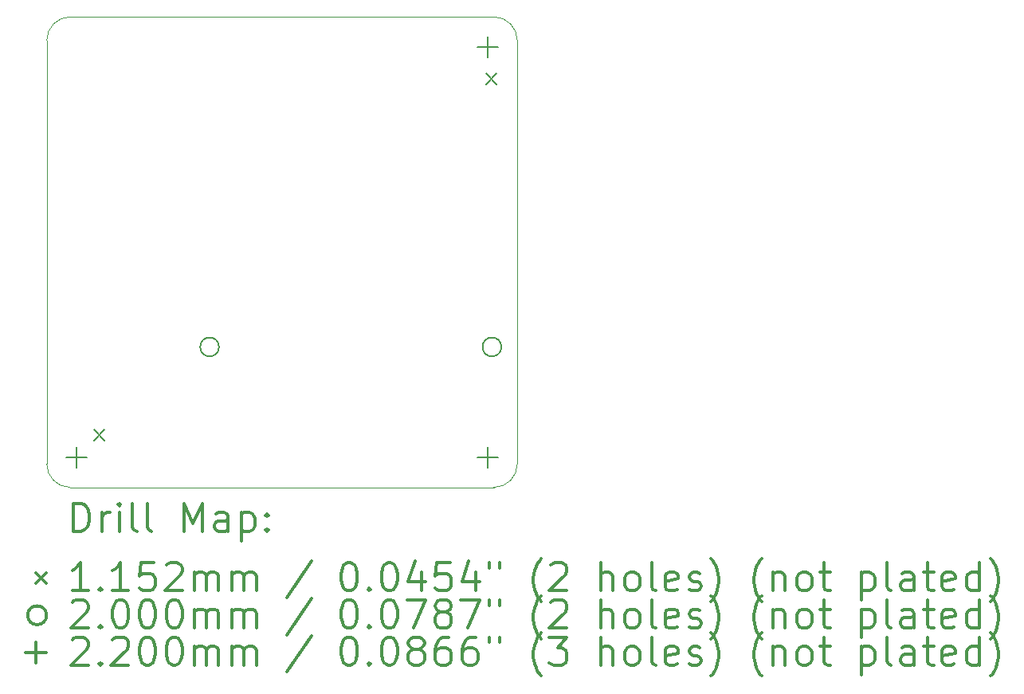
<source format=gbr>
%FSLAX45Y45*%
G04 Gerber Fmt 4.5, Leading zero omitted, Abs format (unit mm)*
G04 Created by KiCad (PCBNEW 5.1.10) date 2021-12-30 01:29:20*
%MOMM*%
%LPD*%
G01*
G04 APERTURE LIST*
%TA.AperFunction,Profile*%
%ADD10C,0.050000*%
%TD*%
%ADD11C,0.200000*%
%ADD12C,0.300000*%
G04 APERTURE END LIST*
D10*
X7870000Y-12620000D02*
G75*
G02*
X7620000Y-12370000I0J250000D01*
G01*
X7620000Y-7870000D02*
G75*
G02*
X7870000Y-7620000I250000J0D01*
G01*
X12370000Y-7620000D02*
G75*
G02*
X12620000Y-7870000I0J-250000D01*
G01*
X12620000Y-12370000D02*
G75*
G02*
X12370000Y-12620000I-250000J0D01*
G01*
X7620000Y-7870000D02*
X7620000Y-12370000D01*
X12370000Y-7620000D02*
X7870000Y-7620000D01*
X12620000Y-12370000D02*
X12620000Y-7870000D01*
X7870000Y-12620000D02*
X12370000Y-12620000D01*
D11*
X8121200Y-12007400D02*
X8236400Y-12122600D01*
X8236400Y-12007400D02*
X8121200Y-12122600D01*
X12286800Y-8222800D02*
X12402000Y-8338000D01*
X12402000Y-8222800D02*
X12286800Y-8338000D01*
X9450000Y-11127000D02*
G75*
G03*
X9450000Y-11127000I-100000J0D01*
G01*
X12450000Y-11127000D02*
G75*
G03*
X12450000Y-11127000I-100000J0D01*
G01*
X7937500Y-12192500D02*
X7937500Y-12412500D01*
X7827500Y-12302500D02*
X8047500Y-12302500D01*
X12302500Y-7827500D02*
X12302500Y-8047500D01*
X12192500Y-7937500D02*
X12412500Y-7937500D01*
X12302500Y-12192500D02*
X12302500Y-12412500D01*
X12192500Y-12302500D02*
X12412500Y-12302500D01*
D12*
X7903928Y-13088214D02*
X7903928Y-12788214D01*
X7975357Y-12788214D01*
X8018214Y-12802500D01*
X8046786Y-12831071D01*
X8061071Y-12859643D01*
X8075357Y-12916786D01*
X8075357Y-12959643D01*
X8061071Y-13016786D01*
X8046786Y-13045357D01*
X8018214Y-13073929D01*
X7975357Y-13088214D01*
X7903928Y-13088214D01*
X8203928Y-13088214D02*
X8203928Y-12888214D01*
X8203928Y-12945357D02*
X8218214Y-12916786D01*
X8232500Y-12902500D01*
X8261071Y-12888214D01*
X8289643Y-12888214D01*
X8389643Y-13088214D02*
X8389643Y-12888214D01*
X8389643Y-12788214D02*
X8375357Y-12802500D01*
X8389643Y-12816786D01*
X8403928Y-12802500D01*
X8389643Y-12788214D01*
X8389643Y-12816786D01*
X8575357Y-13088214D02*
X8546786Y-13073929D01*
X8532500Y-13045357D01*
X8532500Y-12788214D01*
X8732500Y-13088214D02*
X8703928Y-13073929D01*
X8689643Y-13045357D01*
X8689643Y-12788214D01*
X9075357Y-13088214D02*
X9075357Y-12788214D01*
X9175357Y-13002500D01*
X9275357Y-12788214D01*
X9275357Y-13088214D01*
X9546786Y-13088214D02*
X9546786Y-12931071D01*
X9532500Y-12902500D01*
X9503928Y-12888214D01*
X9446786Y-12888214D01*
X9418214Y-12902500D01*
X9546786Y-13073929D02*
X9518214Y-13088214D01*
X9446786Y-13088214D01*
X9418214Y-13073929D01*
X9403928Y-13045357D01*
X9403928Y-13016786D01*
X9418214Y-12988214D01*
X9446786Y-12973929D01*
X9518214Y-12973929D01*
X9546786Y-12959643D01*
X9689643Y-12888214D02*
X9689643Y-13188214D01*
X9689643Y-12902500D02*
X9718214Y-12888214D01*
X9775357Y-12888214D01*
X9803928Y-12902500D01*
X9818214Y-12916786D01*
X9832500Y-12945357D01*
X9832500Y-13031071D01*
X9818214Y-13059643D01*
X9803928Y-13073929D01*
X9775357Y-13088214D01*
X9718214Y-13088214D01*
X9689643Y-13073929D01*
X9961071Y-13059643D02*
X9975357Y-13073929D01*
X9961071Y-13088214D01*
X9946786Y-13073929D01*
X9961071Y-13059643D01*
X9961071Y-13088214D01*
X9961071Y-12902500D02*
X9975357Y-12916786D01*
X9961071Y-12931071D01*
X9946786Y-12916786D01*
X9961071Y-12902500D01*
X9961071Y-12931071D01*
X7502300Y-13524900D02*
X7617500Y-13640100D01*
X7617500Y-13524900D02*
X7502300Y-13640100D01*
X8061071Y-13718214D02*
X7889643Y-13718214D01*
X7975357Y-13718214D02*
X7975357Y-13418214D01*
X7946786Y-13461071D01*
X7918214Y-13489643D01*
X7889643Y-13503929D01*
X8189643Y-13689643D02*
X8203928Y-13703929D01*
X8189643Y-13718214D01*
X8175357Y-13703929D01*
X8189643Y-13689643D01*
X8189643Y-13718214D01*
X8489643Y-13718214D02*
X8318214Y-13718214D01*
X8403928Y-13718214D02*
X8403928Y-13418214D01*
X8375357Y-13461071D01*
X8346786Y-13489643D01*
X8318214Y-13503929D01*
X8761071Y-13418214D02*
X8618214Y-13418214D01*
X8603928Y-13561071D01*
X8618214Y-13546786D01*
X8646786Y-13532500D01*
X8718214Y-13532500D01*
X8746786Y-13546786D01*
X8761071Y-13561071D01*
X8775357Y-13589643D01*
X8775357Y-13661071D01*
X8761071Y-13689643D01*
X8746786Y-13703929D01*
X8718214Y-13718214D01*
X8646786Y-13718214D01*
X8618214Y-13703929D01*
X8603928Y-13689643D01*
X8889643Y-13446786D02*
X8903928Y-13432500D01*
X8932500Y-13418214D01*
X9003928Y-13418214D01*
X9032500Y-13432500D01*
X9046786Y-13446786D01*
X9061071Y-13475357D01*
X9061071Y-13503929D01*
X9046786Y-13546786D01*
X8875357Y-13718214D01*
X9061071Y-13718214D01*
X9189643Y-13718214D02*
X9189643Y-13518214D01*
X9189643Y-13546786D02*
X9203928Y-13532500D01*
X9232500Y-13518214D01*
X9275357Y-13518214D01*
X9303928Y-13532500D01*
X9318214Y-13561071D01*
X9318214Y-13718214D01*
X9318214Y-13561071D02*
X9332500Y-13532500D01*
X9361071Y-13518214D01*
X9403928Y-13518214D01*
X9432500Y-13532500D01*
X9446786Y-13561071D01*
X9446786Y-13718214D01*
X9589643Y-13718214D02*
X9589643Y-13518214D01*
X9589643Y-13546786D02*
X9603928Y-13532500D01*
X9632500Y-13518214D01*
X9675357Y-13518214D01*
X9703928Y-13532500D01*
X9718214Y-13561071D01*
X9718214Y-13718214D01*
X9718214Y-13561071D02*
X9732500Y-13532500D01*
X9761071Y-13518214D01*
X9803928Y-13518214D01*
X9832500Y-13532500D01*
X9846786Y-13561071D01*
X9846786Y-13718214D01*
X10432500Y-13403929D02*
X10175357Y-13789643D01*
X10818214Y-13418214D02*
X10846786Y-13418214D01*
X10875357Y-13432500D01*
X10889643Y-13446786D01*
X10903928Y-13475357D01*
X10918214Y-13532500D01*
X10918214Y-13603929D01*
X10903928Y-13661071D01*
X10889643Y-13689643D01*
X10875357Y-13703929D01*
X10846786Y-13718214D01*
X10818214Y-13718214D01*
X10789643Y-13703929D01*
X10775357Y-13689643D01*
X10761071Y-13661071D01*
X10746786Y-13603929D01*
X10746786Y-13532500D01*
X10761071Y-13475357D01*
X10775357Y-13446786D01*
X10789643Y-13432500D01*
X10818214Y-13418214D01*
X11046786Y-13689643D02*
X11061071Y-13703929D01*
X11046786Y-13718214D01*
X11032500Y-13703929D01*
X11046786Y-13689643D01*
X11046786Y-13718214D01*
X11246786Y-13418214D02*
X11275357Y-13418214D01*
X11303928Y-13432500D01*
X11318214Y-13446786D01*
X11332500Y-13475357D01*
X11346786Y-13532500D01*
X11346786Y-13603929D01*
X11332500Y-13661071D01*
X11318214Y-13689643D01*
X11303928Y-13703929D01*
X11275357Y-13718214D01*
X11246786Y-13718214D01*
X11218214Y-13703929D01*
X11203928Y-13689643D01*
X11189643Y-13661071D01*
X11175357Y-13603929D01*
X11175357Y-13532500D01*
X11189643Y-13475357D01*
X11203928Y-13446786D01*
X11218214Y-13432500D01*
X11246786Y-13418214D01*
X11603928Y-13518214D02*
X11603928Y-13718214D01*
X11532500Y-13403929D02*
X11461071Y-13618214D01*
X11646786Y-13618214D01*
X11903928Y-13418214D02*
X11761071Y-13418214D01*
X11746786Y-13561071D01*
X11761071Y-13546786D01*
X11789643Y-13532500D01*
X11861071Y-13532500D01*
X11889643Y-13546786D01*
X11903928Y-13561071D01*
X11918214Y-13589643D01*
X11918214Y-13661071D01*
X11903928Y-13689643D01*
X11889643Y-13703929D01*
X11861071Y-13718214D01*
X11789643Y-13718214D01*
X11761071Y-13703929D01*
X11746786Y-13689643D01*
X12175357Y-13518214D02*
X12175357Y-13718214D01*
X12103928Y-13403929D02*
X12032500Y-13618214D01*
X12218214Y-13618214D01*
X12318214Y-13418214D02*
X12318214Y-13475357D01*
X12432500Y-13418214D02*
X12432500Y-13475357D01*
X12875357Y-13832500D02*
X12861071Y-13818214D01*
X12832500Y-13775357D01*
X12818214Y-13746786D01*
X12803928Y-13703929D01*
X12789643Y-13632500D01*
X12789643Y-13575357D01*
X12803928Y-13503929D01*
X12818214Y-13461071D01*
X12832500Y-13432500D01*
X12861071Y-13389643D01*
X12875357Y-13375357D01*
X12975357Y-13446786D02*
X12989643Y-13432500D01*
X13018214Y-13418214D01*
X13089643Y-13418214D01*
X13118214Y-13432500D01*
X13132500Y-13446786D01*
X13146786Y-13475357D01*
X13146786Y-13503929D01*
X13132500Y-13546786D01*
X12961071Y-13718214D01*
X13146786Y-13718214D01*
X13503928Y-13718214D02*
X13503928Y-13418214D01*
X13632500Y-13718214D02*
X13632500Y-13561071D01*
X13618214Y-13532500D01*
X13589643Y-13518214D01*
X13546786Y-13518214D01*
X13518214Y-13532500D01*
X13503928Y-13546786D01*
X13818214Y-13718214D02*
X13789643Y-13703929D01*
X13775357Y-13689643D01*
X13761071Y-13661071D01*
X13761071Y-13575357D01*
X13775357Y-13546786D01*
X13789643Y-13532500D01*
X13818214Y-13518214D01*
X13861071Y-13518214D01*
X13889643Y-13532500D01*
X13903928Y-13546786D01*
X13918214Y-13575357D01*
X13918214Y-13661071D01*
X13903928Y-13689643D01*
X13889643Y-13703929D01*
X13861071Y-13718214D01*
X13818214Y-13718214D01*
X14089643Y-13718214D02*
X14061071Y-13703929D01*
X14046786Y-13675357D01*
X14046786Y-13418214D01*
X14318214Y-13703929D02*
X14289643Y-13718214D01*
X14232500Y-13718214D01*
X14203928Y-13703929D01*
X14189643Y-13675357D01*
X14189643Y-13561071D01*
X14203928Y-13532500D01*
X14232500Y-13518214D01*
X14289643Y-13518214D01*
X14318214Y-13532500D01*
X14332500Y-13561071D01*
X14332500Y-13589643D01*
X14189643Y-13618214D01*
X14446786Y-13703929D02*
X14475357Y-13718214D01*
X14532500Y-13718214D01*
X14561071Y-13703929D01*
X14575357Y-13675357D01*
X14575357Y-13661071D01*
X14561071Y-13632500D01*
X14532500Y-13618214D01*
X14489643Y-13618214D01*
X14461071Y-13603929D01*
X14446786Y-13575357D01*
X14446786Y-13561071D01*
X14461071Y-13532500D01*
X14489643Y-13518214D01*
X14532500Y-13518214D01*
X14561071Y-13532500D01*
X14675357Y-13832500D02*
X14689643Y-13818214D01*
X14718214Y-13775357D01*
X14732500Y-13746786D01*
X14746786Y-13703929D01*
X14761071Y-13632500D01*
X14761071Y-13575357D01*
X14746786Y-13503929D01*
X14732500Y-13461071D01*
X14718214Y-13432500D01*
X14689643Y-13389643D01*
X14675357Y-13375357D01*
X15218214Y-13832500D02*
X15203928Y-13818214D01*
X15175357Y-13775357D01*
X15161071Y-13746786D01*
X15146786Y-13703929D01*
X15132500Y-13632500D01*
X15132500Y-13575357D01*
X15146786Y-13503929D01*
X15161071Y-13461071D01*
X15175357Y-13432500D01*
X15203928Y-13389643D01*
X15218214Y-13375357D01*
X15332500Y-13518214D02*
X15332500Y-13718214D01*
X15332500Y-13546786D02*
X15346786Y-13532500D01*
X15375357Y-13518214D01*
X15418214Y-13518214D01*
X15446786Y-13532500D01*
X15461071Y-13561071D01*
X15461071Y-13718214D01*
X15646786Y-13718214D02*
X15618214Y-13703929D01*
X15603928Y-13689643D01*
X15589643Y-13661071D01*
X15589643Y-13575357D01*
X15603928Y-13546786D01*
X15618214Y-13532500D01*
X15646786Y-13518214D01*
X15689643Y-13518214D01*
X15718214Y-13532500D01*
X15732500Y-13546786D01*
X15746786Y-13575357D01*
X15746786Y-13661071D01*
X15732500Y-13689643D01*
X15718214Y-13703929D01*
X15689643Y-13718214D01*
X15646786Y-13718214D01*
X15832500Y-13518214D02*
X15946786Y-13518214D01*
X15875357Y-13418214D02*
X15875357Y-13675357D01*
X15889643Y-13703929D01*
X15918214Y-13718214D01*
X15946786Y-13718214D01*
X16275357Y-13518214D02*
X16275357Y-13818214D01*
X16275357Y-13532500D02*
X16303928Y-13518214D01*
X16361071Y-13518214D01*
X16389643Y-13532500D01*
X16403928Y-13546786D01*
X16418214Y-13575357D01*
X16418214Y-13661071D01*
X16403928Y-13689643D01*
X16389643Y-13703929D01*
X16361071Y-13718214D01*
X16303928Y-13718214D01*
X16275357Y-13703929D01*
X16589643Y-13718214D02*
X16561071Y-13703929D01*
X16546786Y-13675357D01*
X16546786Y-13418214D01*
X16832500Y-13718214D02*
X16832500Y-13561071D01*
X16818214Y-13532500D01*
X16789643Y-13518214D01*
X16732500Y-13518214D01*
X16703928Y-13532500D01*
X16832500Y-13703929D02*
X16803928Y-13718214D01*
X16732500Y-13718214D01*
X16703928Y-13703929D01*
X16689643Y-13675357D01*
X16689643Y-13646786D01*
X16703928Y-13618214D01*
X16732500Y-13603929D01*
X16803928Y-13603929D01*
X16832500Y-13589643D01*
X16932500Y-13518214D02*
X17046786Y-13518214D01*
X16975357Y-13418214D02*
X16975357Y-13675357D01*
X16989643Y-13703929D01*
X17018214Y-13718214D01*
X17046786Y-13718214D01*
X17261071Y-13703929D02*
X17232500Y-13718214D01*
X17175357Y-13718214D01*
X17146786Y-13703929D01*
X17132500Y-13675357D01*
X17132500Y-13561071D01*
X17146786Y-13532500D01*
X17175357Y-13518214D01*
X17232500Y-13518214D01*
X17261071Y-13532500D01*
X17275357Y-13561071D01*
X17275357Y-13589643D01*
X17132500Y-13618214D01*
X17532500Y-13718214D02*
X17532500Y-13418214D01*
X17532500Y-13703929D02*
X17503928Y-13718214D01*
X17446786Y-13718214D01*
X17418214Y-13703929D01*
X17403928Y-13689643D01*
X17389643Y-13661071D01*
X17389643Y-13575357D01*
X17403928Y-13546786D01*
X17418214Y-13532500D01*
X17446786Y-13518214D01*
X17503928Y-13518214D01*
X17532500Y-13532500D01*
X17646786Y-13832500D02*
X17661071Y-13818214D01*
X17689643Y-13775357D01*
X17703928Y-13746786D01*
X17718214Y-13703929D01*
X17732500Y-13632500D01*
X17732500Y-13575357D01*
X17718214Y-13503929D01*
X17703928Y-13461071D01*
X17689643Y-13432500D01*
X17661071Y-13389643D01*
X17646786Y-13375357D01*
X7617500Y-13978500D02*
G75*
G03*
X7617500Y-13978500I-100000J0D01*
G01*
X7889643Y-13842786D02*
X7903928Y-13828500D01*
X7932500Y-13814214D01*
X8003928Y-13814214D01*
X8032500Y-13828500D01*
X8046786Y-13842786D01*
X8061071Y-13871357D01*
X8061071Y-13899929D01*
X8046786Y-13942786D01*
X7875357Y-14114214D01*
X8061071Y-14114214D01*
X8189643Y-14085643D02*
X8203928Y-14099929D01*
X8189643Y-14114214D01*
X8175357Y-14099929D01*
X8189643Y-14085643D01*
X8189643Y-14114214D01*
X8389643Y-13814214D02*
X8418214Y-13814214D01*
X8446786Y-13828500D01*
X8461071Y-13842786D01*
X8475357Y-13871357D01*
X8489643Y-13928500D01*
X8489643Y-13999929D01*
X8475357Y-14057071D01*
X8461071Y-14085643D01*
X8446786Y-14099929D01*
X8418214Y-14114214D01*
X8389643Y-14114214D01*
X8361071Y-14099929D01*
X8346786Y-14085643D01*
X8332500Y-14057071D01*
X8318214Y-13999929D01*
X8318214Y-13928500D01*
X8332500Y-13871357D01*
X8346786Y-13842786D01*
X8361071Y-13828500D01*
X8389643Y-13814214D01*
X8675357Y-13814214D02*
X8703928Y-13814214D01*
X8732500Y-13828500D01*
X8746786Y-13842786D01*
X8761071Y-13871357D01*
X8775357Y-13928500D01*
X8775357Y-13999929D01*
X8761071Y-14057071D01*
X8746786Y-14085643D01*
X8732500Y-14099929D01*
X8703928Y-14114214D01*
X8675357Y-14114214D01*
X8646786Y-14099929D01*
X8632500Y-14085643D01*
X8618214Y-14057071D01*
X8603928Y-13999929D01*
X8603928Y-13928500D01*
X8618214Y-13871357D01*
X8632500Y-13842786D01*
X8646786Y-13828500D01*
X8675357Y-13814214D01*
X8961071Y-13814214D02*
X8989643Y-13814214D01*
X9018214Y-13828500D01*
X9032500Y-13842786D01*
X9046786Y-13871357D01*
X9061071Y-13928500D01*
X9061071Y-13999929D01*
X9046786Y-14057071D01*
X9032500Y-14085643D01*
X9018214Y-14099929D01*
X8989643Y-14114214D01*
X8961071Y-14114214D01*
X8932500Y-14099929D01*
X8918214Y-14085643D01*
X8903928Y-14057071D01*
X8889643Y-13999929D01*
X8889643Y-13928500D01*
X8903928Y-13871357D01*
X8918214Y-13842786D01*
X8932500Y-13828500D01*
X8961071Y-13814214D01*
X9189643Y-14114214D02*
X9189643Y-13914214D01*
X9189643Y-13942786D02*
X9203928Y-13928500D01*
X9232500Y-13914214D01*
X9275357Y-13914214D01*
X9303928Y-13928500D01*
X9318214Y-13957071D01*
X9318214Y-14114214D01*
X9318214Y-13957071D02*
X9332500Y-13928500D01*
X9361071Y-13914214D01*
X9403928Y-13914214D01*
X9432500Y-13928500D01*
X9446786Y-13957071D01*
X9446786Y-14114214D01*
X9589643Y-14114214D02*
X9589643Y-13914214D01*
X9589643Y-13942786D02*
X9603928Y-13928500D01*
X9632500Y-13914214D01*
X9675357Y-13914214D01*
X9703928Y-13928500D01*
X9718214Y-13957071D01*
X9718214Y-14114214D01*
X9718214Y-13957071D02*
X9732500Y-13928500D01*
X9761071Y-13914214D01*
X9803928Y-13914214D01*
X9832500Y-13928500D01*
X9846786Y-13957071D01*
X9846786Y-14114214D01*
X10432500Y-13799929D02*
X10175357Y-14185643D01*
X10818214Y-13814214D02*
X10846786Y-13814214D01*
X10875357Y-13828500D01*
X10889643Y-13842786D01*
X10903928Y-13871357D01*
X10918214Y-13928500D01*
X10918214Y-13999929D01*
X10903928Y-14057071D01*
X10889643Y-14085643D01*
X10875357Y-14099929D01*
X10846786Y-14114214D01*
X10818214Y-14114214D01*
X10789643Y-14099929D01*
X10775357Y-14085643D01*
X10761071Y-14057071D01*
X10746786Y-13999929D01*
X10746786Y-13928500D01*
X10761071Y-13871357D01*
X10775357Y-13842786D01*
X10789643Y-13828500D01*
X10818214Y-13814214D01*
X11046786Y-14085643D02*
X11061071Y-14099929D01*
X11046786Y-14114214D01*
X11032500Y-14099929D01*
X11046786Y-14085643D01*
X11046786Y-14114214D01*
X11246786Y-13814214D02*
X11275357Y-13814214D01*
X11303928Y-13828500D01*
X11318214Y-13842786D01*
X11332500Y-13871357D01*
X11346786Y-13928500D01*
X11346786Y-13999929D01*
X11332500Y-14057071D01*
X11318214Y-14085643D01*
X11303928Y-14099929D01*
X11275357Y-14114214D01*
X11246786Y-14114214D01*
X11218214Y-14099929D01*
X11203928Y-14085643D01*
X11189643Y-14057071D01*
X11175357Y-13999929D01*
X11175357Y-13928500D01*
X11189643Y-13871357D01*
X11203928Y-13842786D01*
X11218214Y-13828500D01*
X11246786Y-13814214D01*
X11446786Y-13814214D02*
X11646786Y-13814214D01*
X11518214Y-14114214D01*
X11803928Y-13942786D02*
X11775357Y-13928500D01*
X11761071Y-13914214D01*
X11746786Y-13885643D01*
X11746786Y-13871357D01*
X11761071Y-13842786D01*
X11775357Y-13828500D01*
X11803928Y-13814214D01*
X11861071Y-13814214D01*
X11889643Y-13828500D01*
X11903928Y-13842786D01*
X11918214Y-13871357D01*
X11918214Y-13885643D01*
X11903928Y-13914214D01*
X11889643Y-13928500D01*
X11861071Y-13942786D01*
X11803928Y-13942786D01*
X11775357Y-13957071D01*
X11761071Y-13971357D01*
X11746786Y-13999929D01*
X11746786Y-14057071D01*
X11761071Y-14085643D01*
X11775357Y-14099929D01*
X11803928Y-14114214D01*
X11861071Y-14114214D01*
X11889643Y-14099929D01*
X11903928Y-14085643D01*
X11918214Y-14057071D01*
X11918214Y-13999929D01*
X11903928Y-13971357D01*
X11889643Y-13957071D01*
X11861071Y-13942786D01*
X12018214Y-13814214D02*
X12218214Y-13814214D01*
X12089643Y-14114214D01*
X12318214Y-13814214D02*
X12318214Y-13871357D01*
X12432500Y-13814214D02*
X12432500Y-13871357D01*
X12875357Y-14228500D02*
X12861071Y-14214214D01*
X12832500Y-14171357D01*
X12818214Y-14142786D01*
X12803928Y-14099929D01*
X12789643Y-14028500D01*
X12789643Y-13971357D01*
X12803928Y-13899929D01*
X12818214Y-13857071D01*
X12832500Y-13828500D01*
X12861071Y-13785643D01*
X12875357Y-13771357D01*
X12975357Y-13842786D02*
X12989643Y-13828500D01*
X13018214Y-13814214D01*
X13089643Y-13814214D01*
X13118214Y-13828500D01*
X13132500Y-13842786D01*
X13146786Y-13871357D01*
X13146786Y-13899929D01*
X13132500Y-13942786D01*
X12961071Y-14114214D01*
X13146786Y-14114214D01*
X13503928Y-14114214D02*
X13503928Y-13814214D01*
X13632500Y-14114214D02*
X13632500Y-13957071D01*
X13618214Y-13928500D01*
X13589643Y-13914214D01*
X13546786Y-13914214D01*
X13518214Y-13928500D01*
X13503928Y-13942786D01*
X13818214Y-14114214D02*
X13789643Y-14099929D01*
X13775357Y-14085643D01*
X13761071Y-14057071D01*
X13761071Y-13971357D01*
X13775357Y-13942786D01*
X13789643Y-13928500D01*
X13818214Y-13914214D01*
X13861071Y-13914214D01*
X13889643Y-13928500D01*
X13903928Y-13942786D01*
X13918214Y-13971357D01*
X13918214Y-14057071D01*
X13903928Y-14085643D01*
X13889643Y-14099929D01*
X13861071Y-14114214D01*
X13818214Y-14114214D01*
X14089643Y-14114214D02*
X14061071Y-14099929D01*
X14046786Y-14071357D01*
X14046786Y-13814214D01*
X14318214Y-14099929D02*
X14289643Y-14114214D01*
X14232500Y-14114214D01*
X14203928Y-14099929D01*
X14189643Y-14071357D01*
X14189643Y-13957071D01*
X14203928Y-13928500D01*
X14232500Y-13914214D01*
X14289643Y-13914214D01*
X14318214Y-13928500D01*
X14332500Y-13957071D01*
X14332500Y-13985643D01*
X14189643Y-14014214D01*
X14446786Y-14099929D02*
X14475357Y-14114214D01*
X14532500Y-14114214D01*
X14561071Y-14099929D01*
X14575357Y-14071357D01*
X14575357Y-14057071D01*
X14561071Y-14028500D01*
X14532500Y-14014214D01*
X14489643Y-14014214D01*
X14461071Y-13999929D01*
X14446786Y-13971357D01*
X14446786Y-13957071D01*
X14461071Y-13928500D01*
X14489643Y-13914214D01*
X14532500Y-13914214D01*
X14561071Y-13928500D01*
X14675357Y-14228500D02*
X14689643Y-14214214D01*
X14718214Y-14171357D01*
X14732500Y-14142786D01*
X14746786Y-14099929D01*
X14761071Y-14028500D01*
X14761071Y-13971357D01*
X14746786Y-13899929D01*
X14732500Y-13857071D01*
X14718214Y-13828500D01*
X14689643Y-13785643D01*
X14675357Y-13771357D01*
X15218214Y-14228500D02*
X15203928Y-14214214D01*
X15175357Y-14171357D01*
X15161071Y-14142786D01*
X15146786Y-14099929D01*
X15132500Y-14028500D01*
X15132500Y-13971357D01*
X15146786Y-13899929D01*
X15161071Y-13857071D01*
X15175357Y-13828500D01*
X15203928Y-13785643D01*
X15218214Y-13771357D01*
X15332500Y-13914214D02*
X15332500Y-14114214D01*
X15332500Y-13942786D02*
X15346786Y-13928500D01*
X15375357Y-13914214D01*
X15418214Y-13914214D01*
X15446786Y-13928500D01*
X15461071Y-13957071D01*
X15461071Y-14114214D01*
X15646786Y-14114214D02*
X15618214Y-14099929D01*
X15603928Y-14085643D01*
X15589643Y-14057071D01*
X15589643Y-13971357D01*
X15603928Y-13942786D01*
X15618214Y-13928500D01*
X15646786Y-13914214D01*
X15689643Y-13914214D01*
X15718214Y-13928500D01*
X15732500Y-13942786D01*
X15746786Y-13971357D01*
X15746786Y-14057071D01*
X15732500Y-14085643D01*
X15718214Y-14099929D01*
X15689643Y-14114214D01*
X15646786Y-14114214D01*
X15832500Y-13914214D02*
X15946786Y-13914214D01*
X15875357Y-13814214D02*
X15875357Y-14071357D01*
X15889643Y-14099929D01*
X15918214Y-14114214D01*
X15946786Y-14114214D01*
X16275357Y-13914214D02*
X16275357Y-14214214D01*
X16275357Y-13928500D02*
X16303928Y-13914214D01*
X16361071Y-13914214D01*
X16389643Y-13928500D01*
X16403928Y-13942786D01*
X16418214Y-13971357D01*
X16418214Y-14057071D01*
X16403928Y-14085643D01*
X16389643Y-14099929D01*
X16361071Y-14114214D01*
X16303928Y-14114214D01*
X16275357Y-14099929D01*
X16589643Y-14114214D02*
X16561071Y-14099929D01*
X16546786Y-14071357D01*
X16546786Y-13814214D01*
X16832500Y-14114214D02*
X16832500Y-13957071D01*
X16818214Y-13928500D01*
X16789643Y-13914214D01*
X16732500Y-13914214D01*
X16703928Y-13928500D01*
X16832500Y-14099929D02*
X16803928Y-14114214D01*
X16732500Y-14114214D01*
X16703928Y-14099929D01*
X16689643Y-14071357D01*
X16689643Y-14042786D01*
X16703928Y-14014214D01*
X16732500Y-13999929D01*
X16803928Y-13999929D01*
X16832500Y-13985643D01*
X16932500Y-13914214D02*
X17046786Y-13914214D01*
X16975357Y-13814214D02*
X16975357Y-14071357D01*
X16989643Y-14099929D01*
X17018214Y-14114214D01*
X17046786Y-14114214D01*
X17261071Y-14099929D02*
X17232500Y-14114214D01*
X17175357Y-14114214D01*
X17146786Y-14099929D01*
X17132500Y-14071357D01*
X17132500Y-13957071D01*
X17146786Y-13928500D01*
X17175357Y-13914214D01*
X17232500Y-13914214D01*
X17261071Y-13928500D01*
X17275357Y-13957071D01*
X17275357Y-13985643D01*
X17132500Y-14014214D01*
X17532500Y-14114214D02*
X17532500Y-13814214D01*
X17532500Y-14099929D02*
X17503928Y-14114214D01*
X17446786Y-14114214D01*
X17418214Y-14099929D01*
X17403928Y-14085643D01*
X17389643Y-14057071D01*
X17389643Y-13971357D01*
X17403928Y-13942786D01*
X17418214Y-13928500D01*
X17446786Y-13914214D01*
X17503928Y-13914214D01*
X17532500Y-13928500D01*
X17646786Y-14228500D02*
X17661071Y-14214214D01*
X17689643Y-14171357D01*
X17703928Y-14142786D01*
X17718214Y-14099929D01*
X17732500Y-14028500D01*
X17732500Y-13971357D01*
X17718214Y-13899929D01*
X17703928Y-13857071D01*
X17689643Y-13828500D01*
X17661071Y-13785643D01*
X17646786Y-13771357D01*
X7507500Y-14264500D02*
X7507500Y-14484500D01*
X7397500Y-14374500D02*
X7617500Y-14374500D01*
X7889643Y-14238786D02*
X7903928Y-14224500D01*
X7932500Y-14210214D01*
X8003928Y-14210214D01*
X8032500Y-14224500D01*
X8046786Y-14238786D01*
X8061071Y-14267357D01*
X8061071Y-14295929D01*
X8046786Y-14338786D01*
X7875357Y-14510214D01*
X8061071Y-14510214D01*
X8189643Y-14481643D02*
X8203928Y-14495929D01*
X8189643Y-14510214D01*
X8175357Y-14495929D01*
X8189643Y-14481643D01*
X8189643Y-14510214D01*
X8318214Y-14238786D02*
X8332500Y-14224500D01*
X8361071Y-14210214D01*
X8432500Y-14210214D01*
X8461071Y-14224500D01*
X8475357Y-14238786D01*
X8489643Y-14267357D01*
X8489643Y-14295929D01*
X8475357Y-14338786D01*
X8303928Y-14510214D01*
X8489643Y-14510214D01*
X8675357Y-14210214D02*
X8703928Y-14210214D01*
X8732500Y-14224500D01*
X8746786Y-14238786D01*
X8761071Y-14267357D01*
X8775357Y-14324500D01*
X8775357Y-14395929D01*
X8761071Y-14453071D01*
X8746786Y-14481643D01*
X8732500Y-14495929D01*
X8703928Y-14510214D01*
X8675357Y-14510214D01*
X8646786Y-14495929D01*
X8632500Y-14481643D01*
X8618214Y-14453071D01*
X8603928Y-14395929D01*
X8603928Y-14324500D01*
X8618214Y-14267357D01*
X8632500Y-14238786D01*
X8646786Y-14224500D01*
X8675357Y-14210214D01*
X8961071Y-14210214D02*
X8989643Y-14210214D01*
X9018214Y-14224500D01*
X9032500Y-14238786D01*
X9046786Y-14267357D01*
X9061071Y-14324500D01*
X9061071Y-14395929D01*
X9046786Y-14453071D01*
X9032500Y-14481643D01*
X9018214Y-14495929D01*
X8989643Y-14510214D01*
X8961071Y-14510214D01*
X8932500Y-14495929D01*
X8918214Y-14481643D01*
X8903928Y-14453071D01*
X8889643Y-14395929D01*
X8889643Y-14324500D01*
X8903928Y-14267357D01*
X8918214Y-14238786D01*
X8932500Y-14224500D01*
X8961071Y-14210214D01*
X9189643Y-14510214D02*
X9189643Y-14310214D01*
X9189643Y-14338786D02*
X9203928Y-14324500D01*
X9232500Y-14310214D01*
X9275357Y-14310214D01*
X9303928Y-14324500D01*
X9318214Y-14353071D01*
X9318214Y-14510214D01*
X9318214Y-14353071D02*
X9332500Y-14324500D01*
X9361071Y-14310214D01*
X9403928Y-14310214D01*
X9432500Y-14324500D01*
X9446786Y-14353071D01*
X9446786Y-14510214D01*
X9589643Y-14510214D02*
X9589643Y-14310214D01*
X9589643Y-14338786D02*
X9603928Y-14324500D01*
X9632500Y-14310214D01*
X9675357Y-14310214D01*
X9703928Y-14324500D01*
X9718214Y-14353071D01*
X9718214Y-14510214D01*
X9718214Y-14353071D02*
X9732500Y-14324500D01*
X9761071Y-14310214D01*
X9803928Y-14310214D01*
X9832500Y-14324500D01*
X9846786Y-14353071D01*
X9846786Y-14510214D01*
X10432500Y-14195929D02*
X10175357Y-14581643D01*
X10818214Y-14210214D02*
X10846786Y-14210214D01*
X10875357Y-14224500D01*
X10889643Y-14238786D01*
X10903928Y-14267357D01*
X10918214Y-14324500D01*
X10918214Y-14395929D01*
X10903928Y-14453071D01*
X10889643Y-14481643D01*
X10875357Y-14495929D01*
X10846786Y-14510214D01*
X10818214Y-14510214D01*
X10789643Y-14495929D01*
X10775357Y-14481643D01*
X10761071Y-14453071D01*
X10746786Y-14395929D01*
X10746786Y-14324500D01*
X10761071Y-14267357D01*
X10775357Y-14238786D01*
X10789643Y-14224500D01*
X10818214Y-14210214D01*
X11046786Y-14481643D02*
X11061071Y-14495929D01*
X11046786Y-14510214D01*
X11032500Y-14495929D01*
X11046786Y-14481643D01*
X11046786Y-14510214D01*
X11246786Y-14210214D02*
X11275357Y-14210214D01*
X11303928Y-14224500D01*
X11318214Y-14238786D01*
X11332500Y-14267357D01*
X11346786Y-14324500D01*
X11346786Y-14395929D01*
X11332500Y-14453071D01*
X11318214Y-14481643D01*
X11303928Y-14495929D01*
X11275357Y-14510214D01*
X11246786Y-14510214D01*
X11218214Y-14495929D01*
X11203928Y-14481643D01*
X11189643Y-14453071D01*
X11175357Y-14395929D01*
X11175357Y-14324500D01*
X11189643Y-14267357D01*
X11203928Y-14238786D01*
X11218214Y-14224500D01*
X11246786Y-14210214D01*
X11518214Y-14338786D02*
X11489643Y-14324500D01*
X11475357Y-14310214D01*
X11461071Y-14281643D01*
X11461071Y-14267357D01*
X11475357Y-14238786D01*
X11489643Y-14224500D01*
X11518214Y-14210214D01*
X11575357Y-14210214D01*
X11603928Y-14224500D01*
X11618214Y-14238786D01*
X11632500Y-14267357D01*
X11632500Y-14281643D01*
X11618214Y-14310214D01*
X11603928Y-14324500D01*
X11575357Y-14338786D01*
X11518214Y-14338786D01*
X11489643Y-14353071D01*
X11475357Y-14367357D01*
X11461071Y-14395929D01*
X11461071Y-14453071D01*
X11475357Y-14481643D01*
X11489643Y-14495929D01*
X11518214Y-14510214D01*
X11575357Y-14510214D01*
X11603928Y-14495929D01*
X11618214Y-14481643D01*
X11632500Y-14453071D01*
X11632500Y-14395929D01*
X11618214Y-14367357D01*
X11603928Y-14353071D01*
X11575357Y-14338786D01*
X11889643Y-14210214D02*
X11832500Y-14210214D01*
X11803928Y-14224500D01*
X11789643Y-14238786D01*
X11761071Y-14281643D01*
X11746786Y-14338786D01*
X11746786Y-14453071D01*
X11761071Y-14481643D01*
X11775357Y-14495929D01*
X11803928Y-14510214D01*
X11861071Y-14510214D01*
X11889643Y-14495929D01*
X11903928Y-14481643D01*
X11918214Y-14453071D01*
X11918214Y-14381643D01*
X11903928Y-14353071D01*
X11889643Y-14338786D01*
X11861071Y-14324500D01*
X11803928Y-14324500D01*
X11775357Y-14338786D01*
X11761071Y-14353071D01*
X11746786Y-14381643D01*
X12175357Y-14210214D02*
X12118214Y-14210214D01*
X12089643Y-14224500D01*
X12075357Y-14238786D01*
X12046786Y-14281643D01*
X12032500Y-14338786D01*
X12032500Y-14453071D01*
X12046786Y-14481643D01*
X12061071Y-14495929D01*
X12089643Y-14510214D01*
X12146786Y-14510214D01*
X12175357Y-14495929D01*
X12189643Y-14481643D01*
X12203928Y-14453071D01*
X12203928Y-14381643D01*
X12189643Y-14353071D01*
X12175357Y-14338786D01*
X12146786Y-14324500D01*
X12089643Y-14324500D01*
X12061071Y-14338786D01*
X12046786Y-14353071D01*
X12032500Y-14381643D01*
X12318214Y-14210214D02*
X12318214Y-14267357D01*
X12432500Y-14210214D02*
X12432500Y-14267357D01*
X12875357Y-14624500D02*
X12861071Y-14610214D01*
X12832500Y-14567357D01*
X12818214Y-14538786D01*
X12803928Y-14495929D01*
X12789643Y-14424500D01*
X12789643Y-14367357D01*
X12803928Y-14295929D01*
X12818214Y-14253071D01*
X12832500Y-14224500D01*
X12861071Y-14181643D01*
X12875357Y-14167357D01*
X12961071Y-14210214D02*
X13146786Y-14210214D01*
X13046786Y-14324500D01*
X13089643Y-14324500D01*
X13118214Y-14338786D01*
X13132500Y-14353071D01*
X13146786Y-14381643D01*
X13146786Y-14453071D01*
X13132500Y-14481643D01*
X13118214Y-14495929D01*
X13089643Y-14510214D01*
X13003928Y-14510214D01*
X12975357Y-14495929D01*
X12961071Y-14481643D01*
X13503928Y-14510214D02*
X13503928Y-14210214D01*
X13632500Y-14510214D02*
X13632500Y-14353071D01*
X13618214Y-14324500D01*
X13589643Y-14310214D01*
X13546786Y-14310214D01*
X13518214Y-14324500D01*
X13503928Y-14338786D01*
X13818214Y-14510214D02*
X13789643Y-14495929D01*
X13775357Y-14481643D01*
X13761071Y-14453071D01*
X13761071Y-14367357D01*
X13775357Y-14338786D01*
X13789643Y-14324500D01*
X13818214Y-14310214D01*
X13861071Y-14310214D01*
X13889643Y-14324500D01*
X13903928Y-14338786D01*
X13918214Y-14367357D01*
X13918214Y-14453071D01*
X13903928Y-14481643D01*
X13889643Y-14495929D01*
X13861071Y-14510214D01*
X13818214Y-14510214D01*
X14089643Y-14510214D02*
X14061071Y-14495929D01*
X14046786Y-14467357D01*
X14046786Y-14210214D01*
X14318214Y-14495929D02*
X14289643Y-14510214D01*
X14232500Y-14510214D01*
X14203928Y-14495929D01*
X14189643Y-14467357D01*
X14189643Y-14353071D01*
X14203928Y-14324500D01*
X14232500Y-14310214D01*
X14289643Y-14310214D01*
X14318214Y-14324500D01*
X14332500Y-14353071D01*
X14332500Y-14381643D01*
X14189643Y-14410214D01*
X14446786Y-14495929D02*
X14475357Y-14510214D01*
X14532500Y-14510214D01*
X14561071Y-14495929D01*
X14575357Y-14467357D01*
X14575357Y-14453071D01*
X14561071Y-14424500D01*
X14532500Y-14410214D01*
X14489643Y-14410214D01*
X14461071Y-14395929D01*
X14446786Y-14367357D01*
X14446786Y-14353071D01*
X14461071Y-14324500D01*
X14489643Y-14310214D01*
X14532500Y-14310214D01*
X14561071Y-14324500D01*
X14675357Y-14624500D02*
X14689643Y-14610214D01*
X14718214Y-14567357D01*
X14732500Y-14538786D01*
X14746786Y-14495929D01*
X14761071Y-14424500D01*
X14761071Y-14367357D01*
X14746786Y-14295929D01*
X14732500Y-14253071D01*
X14718214Y-14224500D01*
X14689643Y-14181643D01*
X14675357Y-14167357D01*
X15218214Y-14624500D02*
X15203928Y-14610214D01*
X15175357Y-14567357D01*
X15161071Y-14538786D01*
X15146786Y-14495929D01*
X15132500Y-14424500D01*
X15132500Y-14367357D01*
X15146786Y-14295929D01*
X15161071Y-14253071D01*
X15175357Y-14224500D01*
X15203928Y-14181643D01*
X15218214Y-14167357D01*
X15332500Y-14310214D02*
X15332500Y-14510214D01*
X15332500Y-14338786D02*
X15346786Y-14324500D01*
X15375357Y-14310214D01*
X15418214Y-14310214D01*
X15446786Y-14324500D01*
X15461071Y-14353071D01*
X15461071Y-14510214D01*
X15646786Y-14510214D02*
X15618214Y-14495929D01*
X15603928Y-14481643D01*
X15589643Y-14453071D01*
X15589643Y-14367357D01*
X15603928Y-14338786D01*
X15618214Y-14324500D01*
X15646786Y-14310214D01*
X15689643Y-14310214D01*
X15718214Y-14324500D01*
X15732500Y-14338786D01*
X15746786Y-14367357D01*
X15746786Y-14453071D01*
X15732500Y-14481643D01*
X15718214Y-14495929D01*
X15689643Y-14510214D01*
X15646786Y-14510214D01*
X15832500Y-14310214D02*
X15946786Y-14310214D01*
X15875357Y-14210214D02*
X15875357Y-14467357D01*
X15889643Y-14495929D01*
X15918214Y-14510214D01*
X15946786Y-14510214D01*
X16275357Y-14310214D02*
X16275357Y-14610214D01*
X16275357Y-14324500D02*
X16303928Y-14310214D01*
X16361071Y-14310214D01*
X16389643Y-14324500D01*
X16403928Y-14338786D01*
X16418214Y-14367357D01*
X16418214Y-14453071D01*
X16403928Y-14481643D01*
X16389643Y-14495929D01*
X16361071Y-14510214D01*
X16303928Y-14510214D01*
X16275357Y-14495929D01*
X16589643Y-14510214D02*
X16561071Y-14495929D01*
X16546786Y-14467357D01*
X16546786Y-14210214D01*
X16832500Y-14510214D02*
X16832500Y-14353071D01*
X16818214Y-14324500D01*
X16789643Y-14310214D01*
X16732500Y-14310214D01*
X16703928Y-14324500D01*
X16832500Y-14495929D02*
X16803928Y-14510214D01*
X16732500Y-14510214D01*
X16703928Y-14495929D01*
X16689643Y-14467357D01*
X16689643Y-14438786D01*
X16703928Y-14410214D01*
X16732500Y-14395929D01*
X16803928Y-14395929D01*
X16832500Y-14381643D01*
X16932500Y-14310214D02*
X17046786Y-14310214D01*
X16975357Y-14210214D02*
X16975357Y-14467357D01*
X16989643Y-14495929D01*
X17018214Y-14510214D01*
X17046786Y-14510214D01*
X17261071Y-14495929D02*
X17232500Y-14510214D01*
X17175357Y-14510214D01*
X17146786Y-14495929D01*
X17132500Y-14467357D01*
X17132500Y-14353071D01*
X17146786Y-14324500D01*
X17175357Y-14310214D01*
X17232500Y-14310214D01*
X17261071Y-14324500D01*
X17275357Y-14353071D01*
X17275357Y-14381643D01*
X17132500Y-14410214D01*
X17532500Y-14510214D02*
X17532500Y-14210214D01*
X17532500Y-14495929D02*
X17503928Y-14510214D01*
X17446786Y-14510214D01*
X17418214Y-14495929D01*
X17403928Y-14481643D01*
X17389643Y-14453071D01*
X17389643Y-14367357D01*
X17403928Y-14338786D01*
X17418214Y-14324500D01*
X17446786Y-14310214D01*
X17503928Y-14310214D01*
X17532500Y-14324500D01*
X17646786Y-14624500D02*
X17661071Y-14610214D01*
X17689643Y-14567357D01*
X17703928Y-14538786D01*
X17718214Y-14495929D01*
X17732500Y-14424500D01*
X17732500Y-14367357D01*
X17718214Y-14295929D01*
X17703928Y-14253071D01*
X17689643Y-14224500D01*
X17661071Y-14181643D01*
X17646786Y-14167357D01*
M02*

</source>
